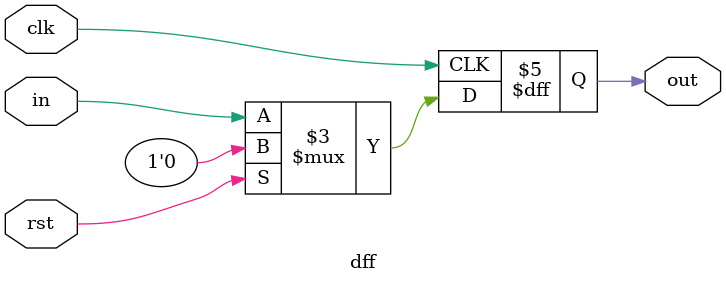
<source format=v>
`timescale 1ns / 1ps
module shift( clk,rst,datain,dataout     );

input clk,rst,datain; 

output [3:0] dataout; 
wire [3:0]  wireout; 

assign dataout[3]=wireout[3]; 
assign wireout[0]=datain;

genvar i; 
generate 

for(i=0;i<3;i=i+1) 

		begin 

			dff d_ff(clk,rst,wireout[i],wireout[i+1]);

		end  
		

endgenerate 


endmodule 

module dff(clk,rst,in,out); 

input clk,rst,in; 
output out; 

reg out; 
 

always @(posedge clk) 

begin 

	if(rst) 
	
	begin 
	
		out=1'b0;
	
	end 
	
	else  
	
	begin 
	
		out=in;
	
	end

end



endmodule
























</source>
